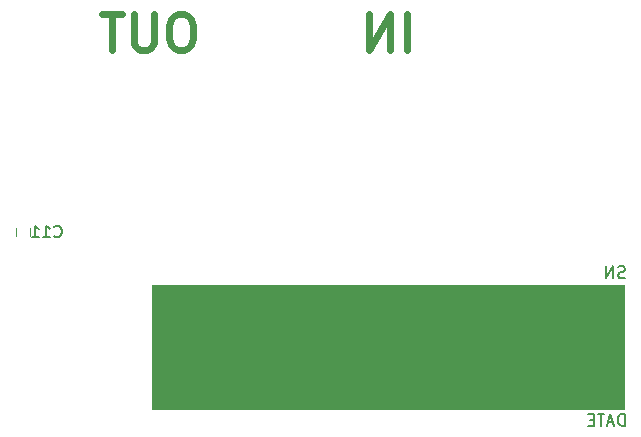
<source format=gbr>
G04 #@! TF.GenerationSoftware,KiCad,Pcbnew,(5.1.0-344-gd281f051e)*
G04 #@! TF.CreationDate,2019-04-24T21:11:32+09:00*
G04 #@! TF.ProjectId,driver,64726976-6572-42e6-9b69-6361645f7063,rev?*
G04 #@! TF.SameCoordinates,Original*
G04 #@! TF.FileFunction,Legend,Bot*
G04 #@! TF.FilePolarity,Positive*
%FSLAX46Y46*%
G04 Gerber Fmt 4.6, Leading zero omitted, Abs format (unit mm)*
G04 Created by KiCad (PCBNEW (5.1.0-344-gd281f051e)) date 2019-04-24 21:11:32*
%MOMM*%
%LPD*%
G04 APERTURE LIST*
%ADD10C,0.150000*%
%ADD11C,0.100000*%
%ADD12C,0.600000*%
%ADD13C,0.120000*%
G04 APERTURE END LIST*
D10*
X168523809Y-93202380D02*
X168523809Y-92202380D01*
X168285714Y-92202380D01*
X168142857Y-92250000D01*
X168047619Y-92345238D01*
X168000000Y-92440476D01*
X167952380Y-92630952D01*
X167952380Y-92773809D01*
X168000000Y-92964285D01*
X168047619Y-93059523D01*
X168142857Y-93154761D01*
X168285714Y-93202380D01*
X168523809Y-93202380D01*
X167571428Y-92916666D02*
X167095238Y-92916666D01*
X167666666Y-93202380D02*
X167333333Y-92202380D01*
X167000000Y-93202380D01*
X166809523Y-92202380D02*
X166238095Y-92202380D01*
X166523809Y-93202380D02*
X166523809Y-92202380D01*
X165904761Y-92678571D02*
X165571428Y-92678571D01*
X165428571Y-93202380D02*
X165904761Y-93202380D01*
X165904761Y-92202380D01*
X165428571Y-92202380D01*
X168559523Y-80654761D02*
X168416666Y-80702380D01*
X168178571Y-80702380D01*
X168083333Y-80654761D01*
X168035714Y-80607142D01*
X167988095Y-80511904D01*
X167988095Y-80416666D01*
X168035714Y-80321428D01*
X168083333Y-80273809D01*
X168178571Y-80226190D01*
X168369047Y-80178571D01*
X168464285Y-80130952D01*
X168511904Y-80083333D01*
X168559523Y-79988095D01*
X168559523Y-79892857D01*
X168511904Y-79797619D01*
X168464285Y-79750000D01*
X168369047Y-79702380D01*
X168130952Y-79702380D01*
X167988095Y-79750000D01*
X167559523Y-80702380D02*
X167559523Y-79702380D01*
X166988095Y-80702380D01*
X166988095Y-79702380D01*
D11*
G36*
X168500000Y-91750000D02*
G01*
X128500000Y-91750000D01*
X128500000Y-81250000D01*
X168500000Y-81250000D01*
X168500000Y-91750000D01*
G37*
X168500000Y-91750000D02*
X128500000Y-91750000D01*
X128500000Y-81250000D01*
X168500000Y-81250000D01*
X168500000Y-91750000D01*
D12*
X131250000Y-58357142D02*
X130678571Y-58357142D01*
X130392857Y-58500000D01*
X130107142Y-58785714D01*
X129964285Y-59357142D01*
X129964285Y-60357142D01*
X130107142Y-60928571D01*
X130392857Y-61214285D01*
X130678571Y-61357142D01*
X131250000Y-61357142D01*
X131535714Y-61214285D01*
X131821428Y-60928571D01*
X131964285Y-60357142D01*
X131964285Y-59357142D01*
X131821428Y-58785714D01*
X131535714Y-58500000D01*
X131250000Y-58357142D01*
X128678571Y-58357142D02*
X128678571Y-60785714D01*
X128535714Y-61071428D01*
X128392857Y-61214285D01*
X128107142Y-61357142D01*
X127535714Y-61357142D01*
X127250000Y-61214285D01*
X127107142Y-61071428D01*
X126964285Y-60785714D01*
X126964285Y-58357142D01*
X125964285Y-58357142D02*
X124250000Y-58357142D01*
X125107142Y-61357142D02*
X125107142Y-58357142D01*
X150071428Y-61357142D02*
X150071428Y-58357142D01*
X148642857Y-61357142D02*
X148642857Y-58357142D01*
X146928571Y-61357142D01*
X146928571Y-58357142D01*
D13*
X117000000Y-76450000D02*
X117000000Y-77150000D01*
X118200000Y-77150000D02*
X118200000Y-76450000D01*
D10*
X120242857Y-77157142D02*
X120290476Y-77204761D01*
X120433333Y-77252380D01*
X120528571Y-77252380D01*
X120671428Y-77204761D01*
X120766666Y-77109523D01*
X120814285Y-77014285D01*
X120861904Y-76823809D01*
X120861904Y-76680952D01*
X120814285Y-76490476D01*
X120766666Y-76395238D01*
X120671428Y-76300000D01*
X120528571Y-76252380D01*
X120433333Y-76252380D01*
X120290476Y-76300000D01*
X120242857Y-76347619D01*
X119290476Y-77252380D02*
X119861904Y-77252380D01*
X119576190Y-77252380D02*
X119576190Y-76252380D01*
X119671428Y-76395238D01*
X119766666Y-76490476D01*
X119861904Y-76538095D01*
X118338095Y-77252380D02*
X118909523Y-77252380D01*
X118623809Y-77252380D02*
X118623809Y-76252380D01*
X118719047Y-76395238D01*
X118814285Y-76490476D01*
X118909523Y-76538095D01*
M02*

</source>
